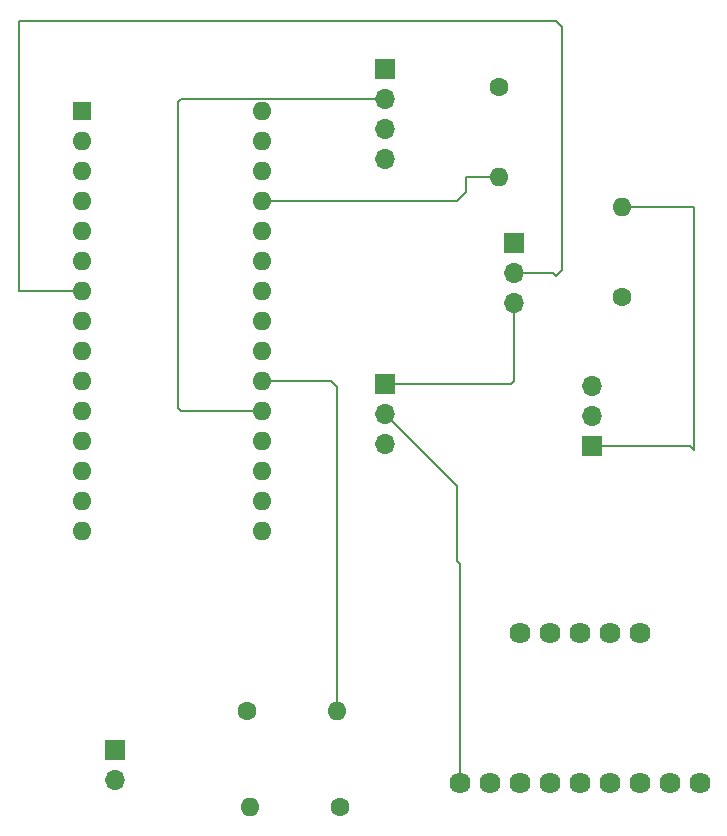
<source format=gbl>
%TF.GenerationSoftware,KiCad,Pcbnew,(6.0.2-0)*%
%TF.CreationDate,2023-03-25T20:23:26-04:00*%
%TF.ProjectId,SensorNode_PCB,53656e73-6f72-44e6-9f64-655f5043422e,v01*%
%TF.SameCoordinates,Original*%
%TF.FileFunction,Copper,L2,Bot*%
%TF.FilePolarity,Positive*%
%FSLAX46Y46*%
G04 Gerber Fmt 4.6, Leading zero omitted, Abs format (unit mm)*
G04 Created by KiCad (PCBNEW (6.0.2-0)) date 2023-03-25 20:23:26*
%MOMM*%
%LPD*%
G01*
G04 APERTURE LIST*
%TA.AperFunction,ComponentPad*%
%ADD10R,1.600000X1.600000*%
%TD*%
%TA.AperFunction,ComponentPad*%
%ADD11O,1.600000X1.600000*%
%TD*%
%TA.AperFunction,ComponentPad*%
%ADD12R,1.700000X1.700000*%
%TD*%
%TA.AperFunction,ComponentPad*%
%ADD13O,1.700000X1.700000*%
%TD*%
%TA.AperFunction,ComponentPad*%
%ADD14C,1.600000*%
%TD*%
%TA.AperFunction,ComponentPad*%
%ADD15C,1.782000*%
%TD*%
%TA.AperFunction,Conductor*%
%ADD16C,0.200000*%
%TD*%
G04 APERTURE END LIST*
D10*
%TO.P,Nano1,1,D1/TX*%
%TO.N,unconnected-(Nano1-Pad1)*%
X134366000Y-53594000D03*
D11*
%TO.P,Nano1,2,D0/RX*%
%TO.N,unconnected-(Nano1-Pad2)*%
X134366000Y-56134000D03*
%TO.P,Nano1,3,~{RESET}*%
%TO.N,unconnected-(Nano1-Pad3)*%
X134366000Y-58674000D03*
%TO.P,Nano1,4,GND*%
%TO.N,Net-(Accelerometer1-Pad3)*%
X134366000Y-61214000D03*
%TO.P,Nano1,5,D2*%
%TO.N,unconnected-(Nano1-Pad5)*%
X134366000Y-63754000D03*
%TO.P,Nano1,6,~D3*%
%TO.N,unconnected-(Nano1-Pad6)*%
X134366000Y-66294000D03*
%TO.P,Nano1,7,D4*%
%TO.N,Net-(Nano1-Pad7)*%
X134366000Y-68834000D03*
%TO.P,Nano1,8,~D5*%
%TO.N,unconnected-(Nano1-Pad8)*%
X134366000Y-71374000D03*
%TO.P,Nano1,9,~D6*%
%TO.N,unconnected-(Nano1-Pad9)*%
X134366000Y-73914000D03*
%TO.P,Nano1,10,D7*%
%TO.N,unconnected-(Nano1-Pad10)*%
X134366000Y-76454000D03*
%TO.P,Nano1,11,D8*%
%TO.N,unconnected-(Nano1-Pad11)*%
X134366000Y-78994000D03*
%TO.P,Nano1,12,~D9*%
%TO.N,unconnected-(Nano1-Pad12)*%
X134366000Y-81534000D03*
%TO.P,Nano1,13,~D10*%
%TO.N,unconnected-(Nano1-Pad13)*%
X134366000Y-84074000D03*
%TO.P,Nano1,14,~D11*%
%TO.N,unconnected-(Nano1-Pad14)*%
X134366000Y-86614000D03*
%TO.P,Nano1,15,D12*%
%TO.N,unconnected-(Nano1-Pad15)*%
X134366000Y-89154000D03*
%TO.P,Nano1,16,D13*%
%TO.N,unconnected-(Nano1-Pad16)*%
X149606000Y-89154000D03*
%TO.P,Nano1,17,3V3*%
%TO.N,unconnected-(Nano1-Pad17)*%
X149606000Y-86614000D03*
%TO.P,Nano1,18,AREF*%
%TO.N,unconnected-(Nano1-Pad18)*%
X149606000Y-84074000D03*
%TO.P,Nano1,19,A0/D14*%
%TO.N,Net-(Nano1-Pad19)*%
X149606000Y-81534000D03*
%TO.P,Nano1,20,A1/D15*%
%TO.N,Net-(FluidL1-Pad2)*%
X149606000Y-78994000D03*
%TO.P,Nano1,21,A2/D16*%
%TO.N,Net-(Nano1-Pad21)*%
X149606000Y-76454000D03*
%TO.P,Nano1,22,A3/D17*%
%TO.N,Net-(Nano1-Pad22)*%
X149606000Y-73914000D03*
%TO.P,Nano1,23,A4/D18*%
%TO.N,Net-(Accelerometer1-Pad5)*%
X149606000Y-71374000D03*
%TO.P,Nano1,24,A5/D19*%
%TO.N,Net-(Accelerometer1-Pad4)*%
X149606000Y-68834000D03*
%TO.P,Nano1,25,A6/D20*%
%TO.N,unconnected-(Nano1-Pad25)*%
X149606000Y-66294000D03*
%TO.P,Nano1,26,A7/D21*%
%TO.N,unconnected-(Nano1-Pad26)*%
X149606000Y-63754000D03*
%TO.P,Nano1,27,+5V*%
%TO.N,Net-(Nano1-Pad27)*%
X149606000Y-61214000D03*
%TO.P,Nano1,28,~{RESET}*%
%TO.N,unconnected-(Nano1-Pad28)*%
X149606000Y-58674000D03*
%TO.P,Nano1,29,GND*%
%TO.N,Net-(Accelerometer1-Pad3)*%
X149606000Y-56134000D03*
%TO.P,Nano1,30,VIN*%
%TO.N,unconnected-(Nano1-Pad30)*%
X149606000Y-53594000D03*
%TD*%
D12*
%TO.P,B_levels1,1,Sig*%
%TO.N,Net-(B_levels1-Pad1)*%
X137160000Y-107696000D03*
D13*
%TO.P,B_levels1,2,GND*%
%TO.N,Net-(Accelerometer1-Pad3)*%
X137160000Y-110236000D03*
%TD*%
D14*
%TO.P,R1,1*%
%TO.N,Net-(FluidL1-Pad2)*%
X169672000Y-51562000D03*
D11*
%TO.P,R1,2*%
%TO.N,Net-(Nano1-Pad27)*%
X169672000Y-59182000D03*
%TD*%
D12*
%TO.P,FluidL1,1,Pin_1*%
%TO.N,unconnected-(FluidL1-Pad1)*%
X160020000Y-50038000D03*
D13*
%TO.P,FluidL1,2,SIG*%
%TO.N,Net-(FluidL1-Pad2)*%
X160020000Y-52578000D03*
%TO.P,FluidL1,3,GND*%
%TO.N,Net-(Accelerometer1-Pad3)*%
X160020000Y-55118000D03*
%TO.P,FluidL1,4,Pin_4*%
%TO.N,unconnected-(FluidL1-Pad4)*%
X160020000Y-57658000D03*
%TD*%
D12*
%TO.P,Pulse1,1,GND*%
%TO.N,Net-(Accelerometer1-Pad3)*%
X160020000Y-76708000D03*
D13*
%TO.P,Pulse1,2,VIN*%
%TO.N,Net-(Nano1-Pad27)*%
X160020000Y-79248000D03*
%TO.P,Pulse1,3,SIG*%
%TO.N,Net-(Nano1-Pad19)*%
X160020000Y-81788000D03*
%TD*%
D14*
%TO.P,R4,1*%
%TO.N,Net-(Nano1-Pad7)*%
X180086000Y-69342000D03*
D11*
%TO.P,R4,2*%
%TO.N,Net-(Nano1-Pad27)*%
X180086000Y-61722000D03*
%TD*%
D15*
%TO.P,Accelerometer1,1,Vin*%
%TO.N,Net-(Nano1-Pad27)*%
X166370000Y-110490000D03*
%TO.P,Accelerometer1,2,3Vo*%
%TO.N,unconnected-(Accelerometer1-Pad2)*%
X168910000Y-110490000D03*
%TO.P,Accelerometer1,3,GND*%
%TO.N,Net-(Accelerometer1-Pad3)*%
X171450000Y-110490000D03*
%TO.P,Accelerometer1,4,SCL*%
%TO.N,Net-(Accelerometer1-Pad4)*%
X173990000Y-110490000D03*
%TO.P,Accelerometer1,5,SDA*%
%TO.N,Net-(Accelerometer1-Pad5)*%
X176530000Y-110490000D03*
%TO.P,Accelerometer1,6,Do*%
%TO.N,unconnected-(Accelerometer1-Pad6)*%
X179070000Y-110490000D03*
%TO.P,Accelerometer1,7,CS*%
%TO.N,unconnected-(Accelerometer1-Pad7)*%
X181610000Y-110490000D03*
%TO.P,Accelerometer1,8,I1*%
%TO.N,unconnected-(Accelerometer1-Pad8)*%
X184150000Y-110490000D03*
%TO.P,Accelerometer1,9,I2*%
%TO.N,unconnected-(Accelerometer1-Pad9)*%
X186690000Y-110490000D03*
%TO.P,Accelerometer1,10,SCX*%
%TO.N,unconnected-(Accelerometer1-Pad10)*%
X171450000Y-97790000D03*
%TO.P,Accelerometer1,11,SDX*%
%TO.N,unconnected-(Accelerometer1-Pad11)*%
X173990000Y-97790000D03*
%TO.P,Accelerometer1,12,CS*%
%TO.N,unconnected-(Accelerometer1-Pad12)*%
X176530000Y-97790000D03*
%TO.P,Accelerometer1,13,D0*%
%TO.N,unconnected-(Accelerometer1-Pad13)*%
X179070000Y-97790000D03*
%TO.P,Accelerometer1,14,GND*%
%TO.N,unconnected-(Accelerometer1-Pad14)*%
X181610000Y-97790000D03*
%TD*%
D14*
%TO.P,R2,1*%
%TO.N,Net-(B_levels1-Pad1)*%
X148336000Y-104394000D03*
D11*
%TO.P,R2,2*%
%TO.N,Net-(Nano1-Pad21)*%
X155956000Y-104394000D03*
%TD*%
D14*
%TO.P,R3,1*%
%TO.N,Net-(Nano1-Pad21)*%
X156210000Y-112522000D03*
D11*
%TO.P,R3,2*%
%TO.N,Net-(Accelerometer1-Pad3)*%
X148590000Y-112522000D03*
%TD*%
D12*
%TO.P,BodyT1,1,Vin*%
%TO.N,Net-(Nano1-Pad27)*%
X170942000Y-64770000D03*
D13*
%TO.P,BodyT1,2,SIG*%
%TO.N,Net-(Nano1-Pad7)*%
X170942000Y-67310000D03*
%TO.P,BodyT1,3,GND*%
%TO.N,Net-(Accelerometer1-Pad3)*%
X170942000Y-69850000D03*
%TD*%
D12*
%TO.P,Pressure1,1,VIN*%
%TO.N,Net-(Nano1-Pad27)*%
X177546000Y-82027000D03*
D13*
%TO.P,Pressure1,2,SIG*%
%TO.N,Net-(Nano1-Pad22)*%
X177546000Y-79487000D03*
%TO.P,Pressure1,3,GND*%
%TO.N,Net-(Accelerometer1-Pad3)*%
X177546000Y-76947000D03*
%TD*%
D16*
%TO.N,Net-(Nano1-Pad27)*%
X160020000Y-79248000D02*
X166116000Y-85344000D01*
X166116000Y-91694000D02*
X166370000Y-91948000D01*
X166116000Y-85344000D02*
X166116000Y-91694000D01*
X186182000Y-61722000D02*
X180086000Y-61722000D01*
X166878000Y-59182000D02*
X169672000Y-59182000D01*
X149606000Y-61214000D02*
X166116000Y-61214000D01*
X166878000Y-60452000D02*
X166878000Y-59182000D01*
X185913000Y-82027000D02*
X186182000Y-82296000D01*
X186182000Y-82296000D02*
X186182000Y-61722000D01*
X166116000Y-61214000D02*
X166878000Y-60452000D01*
X166370000Y-91948000D02*
X166370000Y-110490000D01*
X177546000Y-82027000D02*
X185913000Y-82027000D01*
%TO.N,Net-(Accelerometer1-Pad3)*%
X160020000Y-76708000D02*
X170688000Y-76708000D01*
X170688000Y-76708000D02*
X170942000Y-76454000D01*
X170942000Y-76454000D02*
X170942000Y-69850000D01*
%TO.N,Net-(Nano1-Pad7)*%
X174498000Y-45974000D02*
X175006000Y-46482000D01*
X174244000Y-67310000D02*
X170942000Y-67310000D01*
X129032000Y-45974000D02*
X174498000Y-45974000D01*
X174498000Y-67564000D02*
X174244000Y-67310000D01*
X175006000Y-46482000D02*
X175006000Y-67056000D01*
X129032000Y-68834000D02*
X129032000Y-45974000D01*
X134366000Y-68834000D02*
X129032000Y-68834000D01*
X175006000Y-67056000D02*
X174498000Y-67564000D01*
%TO.N,Net-(FluidL1-Pad2)*%
X142494000Y-78740000D02*
X142748000Y-78994000D01*
X142494000Y-52832000D02*
X142494000Y-78740000D01*
X160020000Y-52578000D02*
X142748000Y-52578000D01*
X142748000Y-52578000D02*
X142494000Y-52832000D01*
X142748000Y-78994000D02*
X149606000Y-78994000D01*
%TO.N,Net-(Nano1-Pad21)*%
X155448000Y-76454000D02*
X149606000Y-76454000D01*
X155956000Y-104394000D02*
X155956000Y-76962000D01*
X155956000Y-76962000D02*
X155448000Y-76454000D01*
%TD*%
M02*

</source>
